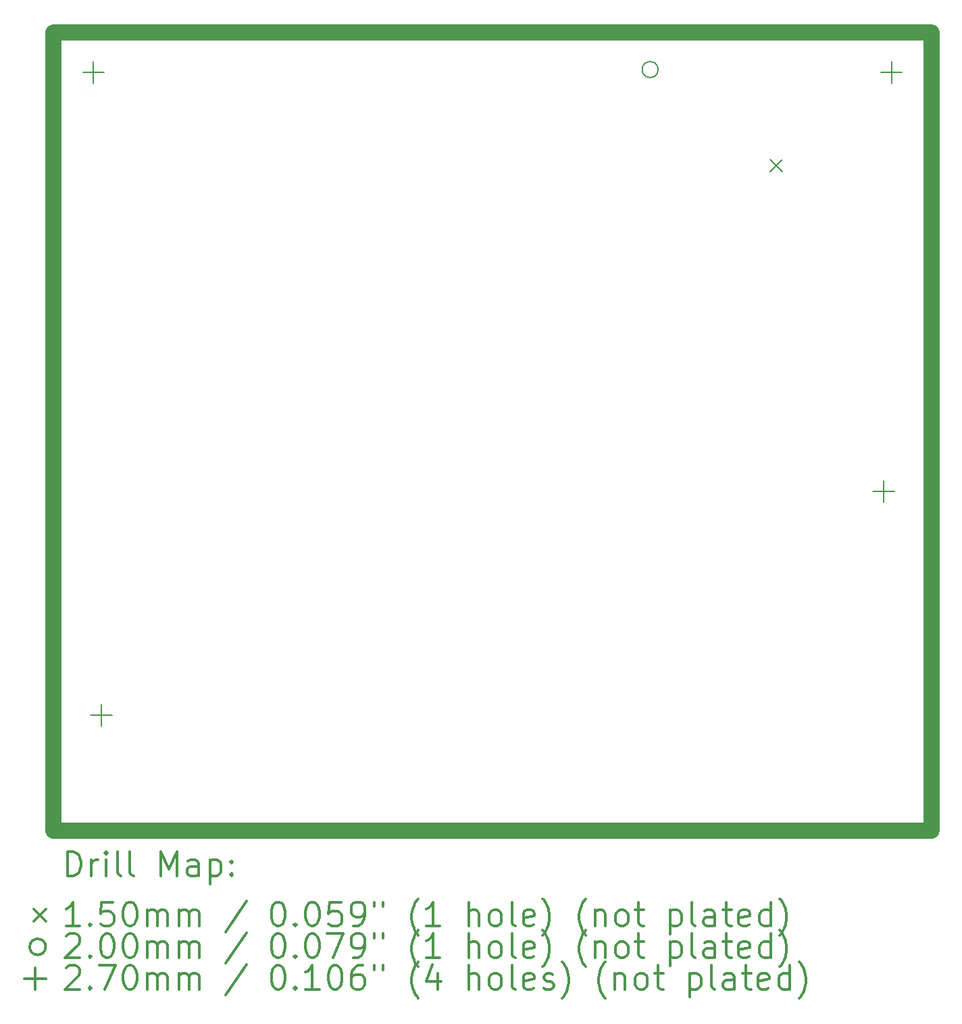
<source format=gbr>
%FSLAX45Y45*%
G04 Gerber Fmt 4.5, Leading zero omitted, Abs format (unit mm)*
G04 Created by KiCad (PCBNEW 4.0.6) date 09/06/17 08:45:49*
%MOMM*%
%LPD*%
G01*
G04 APERTURE LIST*
%ADD10C,0.127000*%
%ADD11C,2.000000*%
%ADD12C,0.200000*%
%ADD13C,0.300000*%
G04 APERTURE END LIST*
D10*
D11*
X20900000Y-15000000D02*
X20900000Y-5000000D01*
X9900000Y-15000000D02*
X20900000Y-15000000D01*
X9900000Y-5000000D02*
X9900000Y-15000000D01*
X20900000Y-5000000D02*
X9900000Y-5000000D01*
D12*
X18881000Y-6592200D02*
X19031000Y-6742200D01*
X19031000Y-6592200D02*
X18881000Y-6742200D01*
X17476000Y-5467200D02*
G75*
G03X17476000Y-5467200I-100000J0D01*
G01*
X10400000Y-5365000D02*
X10400000Y-5635000D01*
X10265000Y-5500000D02*
X10535000Y-5500000D01*
X10500000Y-13415000D02*
X10500000Y-13685000D01*
X10365000Y-13550000D02*
X10635000Y-13550000D01*
X20300000Y-10615000D02*
X20300000Y-10885000D01*
X20165000Y-10750000D02*
X20435000Y-10750000D01*
X20400000Y-5365000D02*
X20400000Y-5635000D01*
X20265000Y-5500000D02*
X20535000Y-5500000D01*
D13*
X10071429Y-15565714D02*
X10071429Y-15265714D01*
X10142857Y-15265714D01*
X10185714Y-15280000D01*
X10214286Y-15308571D01*
X10228571Y-15337143D01*
X10242857Y-15394286D01*
X10242857Y-15437143D01*
X10228571Y-15494286D01*
X10214286Y-15522857D01*
X10185714Y-15551429D01*
X10142857Y-15565714D01*
X10071429Y-15565714D01*
X10371429Y-15565714D02*
X10371429Y-15365714D01*
X10371429Y-15422857D02*
X10385714Y-15394286D01*
X10400000Y-15380000D01*
X10428571Y-15365714D01*
X10457143Y-15365714D01*
X10557143Y-15565714D02*
X10557143Y-15365714D01*
X10557143Y-15265714D02*
X10542857Y-15280000D01*
X10557143Y-15294286D01*
X10571429Y-15280000D01*
X10557143Y-15265714D01*
X10557143Y-15294286D01*
X10742857Y-15565714D02*
X10714286Y-15551429D01*
X10700000Y-15522857D01*
X10700000Y-15265714D01*
X10900000Y-15565714D02*
X10871429Y-15551429D01*
X10857143Y-15522857D01*
X10857143Y-15265714D01*
X11242857Y-15565714D02*
X11242857Y-15265714D01*
X11342857Y-15480000D01*
X11442857Y-15265714D01*
X11442857Y-15565714D01*
X11714286Y-15565714D02*
X11714286Y-15408571D01*
X11700000Y-15380000D01*
X11671428Y-15365714D01*
X11614286Y-15365714D01*
X11585714Y-15380000D01*
X11714286Y-15551429D02*
X11685714Y-15565714D01*
X11614286Y-15565714D01*
X11585714Y-15551429D01*
X11571428Y-15522857D01*
X11571428Y-15494286D01*
X11585714Y-15465714D01*
X11614286Y-15451429D01*
X11685714Y-15451429D01*
X11714286Y-15437143D01*
X11857143Y-15365714D02*
X11857143Y-15665714D01*
X11857143Y-15380000D02*
X11885714Y-15365714D01*
X11942857Y-15365714D01*
X11971428Y-15380000D01*
X11985714Y-15394286D01*
X12000000Y-15422857D01*
X12000000Y-15508571D01*
X11985714Y-15537143D01*
X11971428Y-15551429D01*
X11942857Y-15565714D01*
X11885714Y-15565714D01*
X11857143Y-15551429D01*
X12128571Y-15537143D02*
X12142857Y-15551429D01*
X12128571Y-15565714D01*
X12114286Y-15551429D01*
X12128571Y-15537143D01*
X12128571Y-15565714D01*
X12128571Y-15380000D02*
X12142857Y-15394286D01*
X12128571Y-15408571D01*
X12114286Y-15394286D01*
X12128571Y-15380000D01*
X12128571Y-15408571D01*
X9650000Y-15985000D02*
X9800000Y-16135000D01*
X9800000Y-15985000D02*
X9650000Y-16135000D01*
X10228571Y-16195714D02*
X10057143Y-16195714D01*
X10142857Y-16195714D02*
X10142857Y-15895714D01*
X10114286Y-15938571D01*
X10085714Y-15967143D01*
X10057143Y-15981429D01*
X10357143Y-16167143D02*
X10371429Y-16181429D01*
X10357143Y-16195714D01*
X10342857Y-16181429D01*
X10357143Y-16167143D01*
X10357143Y-16195714D01*
X10642857Y-15895714D02*
X10500000Y-15895714D01*
X10485714Y-16038571D01*
X10500000Y-16024286D01*
X10528571Y-16010000D01*
X10600000Y-16010000D01*
X10628571Y-16024286D01*
X10642857Y-16038571D01*
X10657143Y-16067143D01*
X10657143Y-16138571D01*
X10642857Y-16167143D01*
X10628571Y-16181429D01*
X10600000Y-16195714D01*
X10528571Y-16195714D01*
X10500000Y-16181429D01*
X10485714Y-16167143D01*
X10842857Y-15895714D02*
X10871429Y-15895714D01*
X10900000Y-15910000D01*
X10914286Y-15924286D01*
X10928571Y-15952857D01*
X10942857Y-16010000D01*
X10942857Y-16081429D01*
X10928571Y-16138571D01*
X10914286Y-16167143D01*
X10900000Y-16181429D01*
X10871429Y-16195714D01*
X10842857Y-16195714D01*
X10814286Y-16181429D01*
X10800000Y-16167143D01*
X10785714Y-16138571D01*
X10771429Y-16081429D01*
X10771429Y-16010000D01*
X10785714Y-15952857D01*
X10800000Y-15924286D01*
X10814286Y-15910000D01*
X10842857Y-15895714D01*
X11071429Y-16195714D02*
X11071429Y-15995714D01*
X11071429Y-16024286D02*
X11085714Y-16010000D01*
X11114286Y-15995714D01*
X11157143Y-15995714D01*
X11185714Y-16010000D01*
X11200000Y-16038571D01*
X11200000Y-16195714D01*
X11200000Y-16038571D02*
X11214286Y-16010000D01*
X11242857Y-15995714D01*
X11285714Y-15995714D01*
X11314286Y-16010000D01*
X11328571Y-16038571D01*
X11328571Y-16195714D01*
X11471428Y-16195714D02*
X11471428Y-15995714D01*
X11471428Y-16024286D02*
X11485714Y-16010000D01*
X11514286Y-15995714D01*
X11557143Y-15995714D01*
X11585714Y-16010000D01*
X11600000Y-16038571D01*
X11600000Y-16195714D01*
X11600000Y-16038571D02*
X11614286Y-16010000D01*
X11642857Y-15995714D01*
X11685714Y-15995714D01*
X11714286Y-16010000D01*
X11728571Y-16038571D01*
X11728571Y-16195714D01*
X12314286Y-15881429D02*
X12057143Y-16267143D01*
X12700000Y-15895714D02*
X12728571Y-15895714D01*
X12757143Y-15910000D01*
X12771428Y-15924286D01*
X12785714Y-15952857D01*
X12800000Y-16010000D01*
X12800000Y-16081429D01*
X12785714Y-16138571D01*
X12771428Y-16167143D01*
X12757143Y-16181429D01*
X12728571Y-16195714D01*
X12700000Y-16195714D01*
X12671428Y-16181429D01*
X12657143Y-16167143D01*
X12642857Y-16138571D01*
X12628571Y-16081429D01*
X12628571Y-16010000D01*
X12642857Y-15952857D01*
X12657143Y-15924286D01*
X12671428Y-15910000D01*
X12700000Y-15895714D01*
X12928571Y-16167143D02*
X12942857Y-16181429D01*
X12928571Y-16195714D01*
X12914286Y-16181429D01*
X12928571Y-16167143D01*
X12928571Y-16195714D01*
X13128571Y-15895714D02*
X13157143Y-15895714D01*
X13185714Y-15910000D01*
X13200000Y-15924286D01*
X13214285Y-15952857D01*
X13228571Y-16010000D01*
X13228571Y-16081429D01*
X13214285Y-16138571D01*
X13200000Y-16167143D01*
X13185714Y-16181429D01*
X13157143Y-16195714D01*
X13128571Y-16195714D01*
X13100000Y-16181429D01*
X13085714Y-16167143D01*
X13071428Y-16138571D01*
X13057143Y-16081429D01*
X13057143Y-16010000D01*
X13071428Y-15952857D01*
X13085714Y-15924286D01*
X13100000Y-15910000D01*
X13128571Y-15895714D01*
X13500000Y-15895714D02*
X13357143Y-15895714D01*
X13342857Y-16038571D01*
X13357143Y-16024286D01*
X13385714Y-16010000D01*
X13457143Y-16010000D01*
X13485714Y-16024286D01*
X13500000Y-16038571D01*
X13514285Y-16067143D01*
X13514285Y-16138571D01*
X13500000Y-16167143D01*
X13485714Y-16181429D01*
X13457143Y-16195714D01*
X13385714Y-16195714D01*
X13357143Y-16181429D01*
X13342857Y-16167143D01*
X13657143Y-16195714D02*
X13714285Y-16195714D01*
X13742857Y-16181429D01*
X13757143Y-16167143D01*
X13785714Y-16124286D01*
X13800000Y-16067143D01*
X13800000Y-15952857D01*
X13785714Y-15924286D01*
X13771428Y-15910000D01*
X13742857Y-15895714D01*
X13685714Y-15895714D01*
X13657143Y-15910000D01*
X13642857Y-15924286D01*
X13628571Y-15952857D01*
X13628571Y-16024286D01*
X13642857Y-16052857D01*
X13657143Y-16067143D01*
X13685714Y-16081429D01*
X13742857Y-16081429D01*
X13771428Y-16067143D01*
X13785714Y-16052857D01*
X13800000Y-16024286D01*
X13914286Y-15895714D02*
X13914286Y-15952857D01*
X14028571Y-15895714D02*
X14028571Y-15952857D01*
X14471428Y-16310000D02*
X14457143Y-16295714D01*
X14428571Y-16252857D01*
X14414285Y-16224286D01*
X14400000Y-16181429D01*
X14385714Y-16110000D01*
X14385714Y-16052857D01*
X14400000Y-15981429D01*
X14414285Y-15938571D01*
X14428571Y-15910000D01*
X14457143Y-15867143D01*
X14471428Y-15852857D01*
X14742857Y-16195714D02*
X14571428Y-16195714D01*
X14657143Y-16195714D02*
X14657143Y-15895714D01*
X14628571Y-15938571D01*
X14600000Y-15967143D01*
X14571428Y-15981429D01*
X15100000Y-16195714D02*
X15100000Y-15895714D01*
X15228571Y-16195714D02*
X15228571Y-16038571D01*
X15214285Y-16010000D01*
X15185714Y-15995714D01*
X15142857Y-15995714D01*
X15114285Y-16010000D01*
X15100000Y-16024286D01*
X15414285Y-16195714D02*
X15385714Y-16181429D01*
X15371428Y-16167143D01*
X15357143Y-16138571D01*
X15357143Y-16052857D01*
X15371428Y-16024286D01*
X15385714Y-16010000D01*
X15414285Y-15995714D01*
X15457143Y-15995714D01*
X15485714Y-16010000D01*
X15500000Y-16024286D01*
X15514285Y-16052857D01*
X15514285Y-16138571D01*
X15500000Y-16167143D01*
X15485714Y-16181429D01*
X15457143Y-16195714D01*
X15414285Y-16195714D01*
X15685714Y-16195714D02*
X15657143Y-16181429D01*
X15642857Y-16152857D01*
X15642857Y-15895714D01*
X15914286Y-16181429D02*
X15885714Y-16195714D01*
X15828571Y-16195714D01*
X15800000Y-16181429D01*
X15785714Y-16152857D01*
X15785714Y-16038571D01*
X15800000Y-16010000D01*
X15828571Y-15995714D01*
X15885714Y-15995714D01*
X15914286Y-16010000D01*
X15928571Y-16038571D01*
X15928571Y-16067143D01*
X15785714Y-16095714D01*
X16028571Y-16310000D02*
X16042857Y-16295714D01*
X16071428Y-16252857D01*
X16085714Y-16224286D01*
X16100000Y-16181429D01*
X16114286Y-16110000D01*
X16114286Y-16052857D01*
X16100000Y-15981429D01*
X16085714Y-15938571D01*
X16071428Y-15910000D01*
X16042857Y-15867143D01*
X16028571Y-15852857D01*
X16571428Y-16310000D02*
X16557143Y-16295714D01*
X16528571Y-16252857D01*
X16514286Y-16224286D01*
X16500000Y-16181429D01*
X16485714Y-16110000D01*
X16485714Y-16052857D01*
X16500000Y-15981429D01*
X16514286Y-15938571D01*
X16528571Y-15910000D01*
X16557143Y-15867143D01*
X16571428Y-15852857D01*
X16685714Y-15995714D02*
X16685714Y-16195714D01*
X16685714Y-16024286D02*
X16700000Y-16010000D01*
X16728571Y-15995714D01*
X16771428Y-15995714D01*
X16800000Y-16010000D01*
X16814286Y-16038571D01*
X16814286Y-16195714D01*
X17000000Y-16195714D02*
X16971429Y-16181429D01*
X16957143Y-16167143D01*
X16942857Y-16138571D01*
X16942857Y-16052857D01*
X16957143Y-16024286D01*
X16971429Y-16010000D01*
X17000000Y-15995714D01*
X17042857Y-15995714D01*
X17071429Y-16010000D01*
X17085714Y-16024286D01*
X17100000Y-16052857D01*
X17100000Y-16138571D01*
X17085714Y-16167143D01*
X17071429Y-16181429D01*
X17042857Y-16195714D01*
X17000000Y-16195714D01*
X17185714Y-15995714D02*
X17300000Y-15995714D01*
X17228571Y-15895714D02*
X17228571Y-16152857D01*
X17242857Y-16181429D01*
X17271429Y-16195714D01*
X17300000Y-16195714D01*
X17628571Y-15995714D02*
X17628571Y-16295714D01*
X17628571Y-16010000D02*
X17657143Y-15995714D01*
X17714286Y-15995714D01*
X17742857Y-16010000D01*
X17757143Y-16024286D01*
X17771429Y-16052857D01*
X17771429Y-16138571D01*
X17757143Y-16167143D01*
X17742857Y-16181429D01*
X17714286Y-16195714D01*
X17657143Y-16195714D01*
X17628571Y-16181429D01*
X17942857Y-16195714D02*
X17914286Y-16181429D01*
X17900000Y-16152857D01*
X17900000Y-15895714D01*
X18185714Y-16195714D02*
X18185714Y-16038571D01*
X18171429Y-16010000D01*
X18142857Y-15995714D01*
X18085714Y-15995714D01*
X18057143Y-16010000D01*
X18185714Y-16181429D02*
X18157143Y-16195714D01*
X18085714Y-16195714D01*
X18057143Y-16181429D01*
X18042857Y-16152857D01*
X18042857Y-16124286D01*
X18057143Y-16095714D01*
X18085714Y-16081429D01*
X18157143Y-16081429D01*
X18185714Y-16067143D01*
X18285714Y-15995714D02*
X18400000Y-15995714D01*
X18328572Y-15895714D02*
X18328572Y-16152857D01*
X18342857Y-16181429D01*
X18371429Y-16195714D01*
X18400000Y-16195714D01*
X18614286Y-16181429D02*
X18585714Y-16195714D01*
X18528572Y-16195714D01*
X18500000Y-16181429D01*
X18485714Y-16152857D01*
X18485714Y-16038571D01*
X18500000Y-16010000D01*
X18528572Y-15995714D01*
X18585714Y-15995714D01*
X18614286Y-16010000D01*
X18628572Y-16038571D01*
X18628572Y-16067143D01*
X18485714Y-16095714D01*
X18885714Y-16195714D02*
X18885714Y-15895714D01*
X18885714Y-16181429D02*
X18857143Y-16195714D01*
X18800000Y-16195714D01*
X18771429Y-16181429D01*
X18757143Y-16167143D01*
X18742857Y-16138571D01*
X18742857Y-16052857D01*
X18757143Y-16024286D01*
X18771429Y-16010000D01*
X18800000Y-15995714D01*
X18857143Y-15995714D01*
X18885714Y-16010000D01*
X19000000Y-16310000D02*
X19014286Y-16295714D01*
X19042857Y-16252857D01*
X19057143Y-16224286D01*
X19071429Y-16181429D01*
X19085714Y-16110000D01*
X19085714Y-16052857D01*
X19071429Y-15981429D01*
X19057143Y-15938571D01*
X19042857Y-15910000D01*
X19014286Y-15867143D01*
X19000000Y-15852857D01*
X9800000Y-16456000D02*
G75*
G03X9800000Y-16456000I-100000J0D01*
G01*
X10057143Y-16320286D02*
X10071429Y-16306000D01*
X10100000Y-16291714D01*
X10171429Y-16291714D01*
X10200000Y-16306000D01*
X10214286Y-16320286D01*
X10228571Y-16348857D01*
X10228571Y-16377429D01*
X10214286Y-16420286D01*
X10042857Y-16591714D01*
X10228571Y-16591714D01*
X10357143Y-16563143D02*
X10371429Y-16577429D01*
X10357143Y-16591714D01*
X10342857Y-16577429D01*
X10357143Y-16563143D01*
X10357143Y-16591714D01*
X10557143Y-16291714D02*
X10585714Y-16291714D01*
X10614286Y-16306000D01*
X10628571Y-16320286D01*
X10642857Y-16348857D01*
X10657143Y-16406000D01*
X10657143Y-16477429D01*
X10642857Y-16534571D01*
X10628571Y-16563143D01*
X10614286Y-16577429D01*
X10585714Y-16591714D01*
X10557143Y-16591714D01*
X10528571Y-16577429D01*
X10514286Y-16563143D01*
X10500000Y-16534571D01*
X10485714Y-16477429D01*
X10485714Y-16406000D01*
X10500000Y-16348857D01*
X10514286Y-16320286D01*
X10528571Y-16306000D01*
X10557143Y-16291714D01*
X10842857Y-16291714D02*
X10871429Y-16291714D01*
X10900000Y-16306000D01*
X10914286Y-16320286D01*
X10928571Y-16348857D01*
X10942857Y-16406000D01*
X10942857Y-16477429D01*
X10928571Y-16534571D01*
X10914286Y-16563143D01*
X10900000Y-16577429D01*
X10871429Y-16591714D01*
X10842857Y-16591714D01*
X10814286Y-16577429D01*
X10800000Y-16563143D01*
X10785714Y-16534571D01*
X10771429Y-16477429D01*
X10771429Y-16406000D01*
X10785714Y-16348857D01*
X10800000Y-16320286D01*
X10814286Y-16306000D01*
X10842857Y-16291714D01*
X11071429Y-16591714D02*
X11071429Y-16391714D01*
X11071429Y-16420286D02*
X11085714Y-16406000D01*
X11114286Y-16391714D01*
X11157143Y-16391714D01*
X11185714Y-16406000D01*
X11200000Y-16434571D01*
X11200000Y-16591714D01*
X11200000Y-16434571D02*
X11214286Y-16406000D01*
X11242857Y-16391714D01*
X11285714Y-16391714D01*
X11314286Y-16406000D01*
X11328571Y-16434571D01*
X11328571Y-16591714D01*
X11471428Y-16591714D02*
X11471428Y-16391714D01*
X11471428Y-16420286D02*
X11485714Y-16406000D01*
X11514286Y-16391714D01*
X11557143Y-16391714D01*
X11585714Y-16406000D01*
X11600000Y-16434571D01*
X11600000Y-16591714D01*
X11600000Y-16434571D02*
X11614286Y-16406000D01*
X11642857Y-16391714D01*
X11685714Y-16391714D01*
X11714286Y-16406000D01*
X11728571Y-16434571D01*
X11728571Y-16591714D01*
X12314286Y-16277429D02*
X12057143Y-16663143D01*
X12700000Y-16291714D02*
X12728571Y-16291714D01*
X12757143Y-16306000D01*
X12771428Y-16320286D01*
X12785714Y-16348857D01*
X12800000Y-16406000D01*
X12800000Y-16477429D01*
X12785714Y-16534571D01*
X12771428Y-16563143D01*
X12757143Y-16577429D01*
X12728571Y-16591714D01*
X12700000Y-16591714D01*
X12671428Y-16577429D01*
X12657143Y-16563143D01*
X12642857Y-16534571D01*
X12628571Y-16477429D01*
X12628571Y-16406000D01*
X12642857Y-16348857D01*
X12657143Y-16320286D01*
X12671428Y-16306000D01*
X12700000Y-16291714D01*
X12928571Y-16563143D02*
X12942857Y-16577429D01*
X12928571Y-16591714D01*
X12914286Y-16577429D01*
X12928571Y-16563143D01*
X12928571Y-16591714D01*
X13128571Y-16291714D02*
X13157143Y-16291714D01*
X13185714Y-16306000D01*
X13200000Y-16320286D01*
X13214285Y-16348857D01*
X13228571Y-16406000D01*
X13228571Y-16477429D01*
X13214285Y-16534571D01*
X13200000Y-16563143D01*
X13185714Y-16577429D01*
X13157143Y-16591714D01*
X13128571Y-16591714D01*
X13100000Y-16577429D01*
X13085714Y-16563143D01*
X13071428Y-16534571D01*
X13057143Y-16477429D01*
X13057143Y-16406000D01*
X13071428Y-16348857D01*
X13085714Y-16320286D01*
X13100000Y-16306000D01*
X13128571Y-16291714D01*
X13328571Y-16291714D02*
X13528571Y-16291714D01*
X13400000Y-16591714D01*
X13657143Y-16591714D02*
X13714285Y-16591714D01*
X13742857Y-16577429D01*
X13757143Y-16563143D01*
X13785714Y-16520286D01*
X13800000Y-16463143D01*
X13800000Y-16348857D01*
X13785714Y-16320286D01*
X13771428Y-16306000D01*
X13742857Y-16291714D01*
X13685714Y-16291714D01*
X13657143Y-16306000D01*
X13642857Y-16320286D01*
X13628571Y-16348857D01*
X13628571Y-16420286D01*
X13642857Y-16448857D01*
X13657143Y-16463143D01*
X13685714Y-16477429D01*
X13742857Y-16477429D01*
X13771428Y-16463143D01*
X13785714Y-16448857D01*
X13800000Y-16420286D01*
X13914286Y-16291714D02*
X13914286Y-16348857D01*
X14028571Y-16291714D02*
X14028571Y-16348857D01*
X14471428Y-16706000D02*
X14457143Y-16691714D01*
X14428571Y-16648857D01*
X14414285Y-16620286D01*
X14400000Y-16577429D01*
X14385714Y-16506000D01*
X14385714Y-16448857D01*
X14400000Y-16377429D01*
X14414285Y-16334571D01*
X14428571Y-16306000D01*
X14457143Y-16263143D01*
X14471428Y-16248857D01*
X14742857Y-16591714D02*
X14571428Y-16591714D01*
X14657143Y-16591714D02*
X14657143Y-16291714D01*
X14628571Y-16334571D01*
X14600000Y-16363143D01*
X14571428Y-16377429D01*
X15100000Y-16591714D02*
X15100000Y-16291714D01*
X15228571Y-16591714D02*
X15228571Y-16434571D01*
X15214285Y-16406000D01*
X15185714Y-16391714D01*
X15142857Y-16391714D01*
X15114285Y-16406000D01*
X15100000Y-16420286D01*
X15414285Y-16591714D02*
X15385714Y-16577429D01*
X15371428Y-16563143D01*
X15357143Y-16534571D01*
X15357143Y-16448857D01*
X15371428Y-16420286D01*
X15385714Y-16406000D01*
X15414285Y-16391714D01*
X15457143Y-16391714D01*
X15485714Y-16406000D01*
X15500000Y-16420286D01*
X15514285Y-16448857D01*
X15514285Y-16534571D01*
X15500000Y-16563143D01*
X15485714Y-16577429D01*
X15457143Y-16591714D01*
X15414285Y-16591714D01*
X15685714Y-16591714D02*
X15657143Y-16577429D01*
X15642857Y-16548857D01*
X15642857Y-16291714D01*
X15914286Y-16577429D02*
X15885714Y-16591714D01*
X15828571Y-16591714D01*
X15800000Y-16577429D01*
X15785714Y-16548857D01*
X15785714Y-16434571D01*
X15800000Y-16406000D01*
X15828571Y-16391714D01*
X15885714Y-16391714D01*
X15914286Y-16406000D01*
X15928571Y-16434571D01*
X15928571Y-16463143D01*
X15785714Y-16491714D01*
X16028571Y-16706000D02*
X16042857Y-16691714D01*
X16071428Y-16648857D01*
X16085714Y-16620286D01*
X16100000Y-16577429D01*
X16114286Y-16506000D01*
X16114286Y-16448857D01*
X16100000Y-16377429D01*
X16085714Y-16334571D01*
X16071428Y-16306000D01*
X16042857Y-16263143D01*
X16028571Y-16248857D01*
X16571428Y-16706000D02*
X16557143Y-16691714D01*
X16528571Y-16648857D01*
X16514286Y-16620286D01*
X16500000Y-16577429D01*
X16485714Y-16506000D01*
X16485714Y-16448857D01*
X16500000Y-16377429D01*
X16514286Y-16334571D01*
X16528571Y-16306000D01*
X16557143Y-16263143D01*
X16571428Y-16248857D01*
X16685714Y-16391714D02*
X16685714Y-16591714D01*
X16685714Y-16420286D02*
X16700000Y-16406000D01*
X16728571Y-16391714D01*
X16771428Y-16391714D01*
X16800000Y-16406000D01*
X16814286Y-16434571D01*
X16814286Y-16591714D01*
X17000000Y-16591714D02*
X16971429Y-16577429D01*
X16957143Y-16563143D01*
X16942857Y-16534571D01*
X16942857Y-16448857D01*
X16957143Y-16420286D01*
X16971429Y-16406000D01*
X17000000Y-16391714D01*
X17042857Y-16391714D01*
X17071429Y-16406000D01*
X17085714Y-16420286D01*
X17100000Y-16448857D01*
X17100000Y-16534571D01*
X17085714Y-16563143D01*
X17071429Y-16577429D01*
X17042857Y-16591714D01*
X17000000Y-16591714D01*
X17185714Y-16391714D02*
X17300000Y-16391714D01*
X17228571Y-16291714D02*
X17228571Y-16548857D01*
X17242857Y-16577429D01*
X17271429Y-16591714D01*
X17300000Y-16591714D01*
X17628571Y-16391714D02*
X17628571Y-16691714D01*
X17628571Y-16406000D02*
X17657143Y-16391714D01*
X17714286Y-16391714D01*
X17742857Y-16406000D01*
X17757143Y-16420286D01*
X17771429Y-16448857D01*
X17771429Y-16534571D01*
X17757143Y-16563143D01*
X17742857Y-16577429D01*
X17714286Y-16591714D01*
X17657143Y-16591714D01*
X17628571Y-16577429D01*
X17942857Y-16591714D02*
X17914286Y-16577429D01*
X17900000Y-16548857D01*
X17900000Y-16291714D01*
X18185714Y-16591714D02*
X18185714Y-16434571D01*
X18171429Y-16406000D01*
X18142857Y-16391714D01*
X18085714Y-16391714D01*
X18057143Y-16406000D01*
X18185714Y-16577429D02*
X18157143Y-16591714D01*
X18085714Y-16591714D01*
X18057143Y-16577429D01*
X18042857Y-16548857D01*
X18042857Y-16520286D01*
X18057143Y-16491714D01*
X18085714Y-16477429D01*
X18157143Y-16477429D01*
X18185714Y-16463143D01*
X18285714Y-16391714D02*
X18400000Y-16391714D01*
X18328572Y-16291714D02*
X18328572Y-16548857D01*
X18342857Y-16577429D01*
X18371429Y-16591714D01*
X18400000Y-16591714D01*
X18614286Y-16577429D02*
X18585714Y-16591714D01*
X18528572Y-16591714D01*
X18500000Y-16577429D01*
X18485714Y-16548857D01*
X18485714Y-16434571D01*
X18500000Y-16406000D01*
X18528572Y-16391714D01*
X18585714Y-16391714D01*
X18614286Y-16406000D01*
X18628572Y-16434571D01*
X18628572Y-16463143D01*
X18485714Y-16491714D01*
X18885714Y-16591714D02*
X18885714Y-16291714D01*
X18885714Y-16577429D02*
X18857143Y-16591714D01*
X18800000Y-16591714D01*
X18771429Y-16577429D01*
X18757143Y-16563143D01*
X18742857Y-16534571D01*
X18742857Y-16448857D01*
X18757143Y-16420286D01*
X18771429Y-16406000D01*
X18800000Y-16391714D01*
X18857143Y-16391714D01*
X18885714Y-16406000D01*
X19000000Y-16706000D02*
X19014286Y-16691714D01*
X19042857Y-16648857D01*
X19057143Y-16620286D01*
X19071429Y-16577429D01*
X19085714Y-16506000D01*
X19085714Y-16448857D01*
X19071429Y-16377429D01*
X19057143Y-16334571D01*
X19042857Y-16306000D01*
X19014286Y-16263143D01*
X19000000Y-16248857D01*
X9665000Y-16717000D02*
X9665000Y-16987000D01*
X9530000Y-16852000D02*
X9800000Y-16852000D01*
X10057143Y-16716286D02*
X10071429Y-16702000D01*
X10100000Y-16687714D01*
X10171429Y-16687714D01*
X10200000Y-16702000D01*
X10214286Y-16716286D01*
X10228571Y-16744857D01*
X10228571Y-16773429D01*
X10214286Y-16816286D01*
X10042857Y-16987714D01*
X10228571Y-16987714D01*
X10357143Y-16959143D02*
X10371429Y-16973429D01*
X10357143Y-16987714D01*
X10342857Y-16973429D01*
X10357143Y-16959143D01*
X10357143Y-16987714D01*
X10471428Y-16687714D02*
X10671428Y-16687714D01*
X10542857Y-16987714D01*
X10842857Y-16687714D02*
X10871429Y-16687714D01*
X10900000Y-16702000D01*
X10914286Y-16716286D01*
X10928571Y-16744857D01*
X10942857Y-16802000D01*
X10942857Y-16873429D01*
X10928571Y-16930572D01*
X10914286Y-16959143D01*
X10900000Y-16973429D01*
X10871429Y-16987714D01*
X10842857Y-16987714D01*
X10814286Y-16973429D01*
X10800000Y-16959143D01*
X10785714Y-16930572D01*
X10771429Y-16873429D01*
X10771429Y-16802000D01*
X10785714Y-16744857D01*
X10800000Y-16716286D01*
X10814286Y-16702000D01*
X10842857Y-16687714D01*
X11071429Y-16987714D02*
X11071429Y-16787714D01*
X11071429Y-16816286D02*
X11085714Y-16802000D01*
X11114286Y-16787714D01*
X11157143Y-16787714D01*
X11185714Y-16802000D01*
X11200000Y-16830572D01*
X11200000Y-16987714D01*
X11200000Y-16830572D02*
X11214286Y-16802000D01*
X11242857Y-16787714D01*
X11285714Y-16787714D01*
X11314286Y-16802000D01*
X11328571Y-16830572D01*
X11328571Y-16987714D01*
X11471428Y-16987714D02*
X11471428Y-16787714D01*
X11471428Y-16816286D02*
X11485714Y-16802000D01*
X11514286Y-16787714D01*
X11557143Y-16787714D01*
X11585714Y-16802000D01*
X11600000Y-16830572D01*
X11600000Y-16987714D01*
X11600000Y-16830572D02*
X11614286Y-16802000D01*
X11642857Y-16787714D01*
X11685714Y-16787714D01*
X11714286Y-16802000D01*
X11728571Y-16830572D01*
X11728571Y-16987714D01*
X12314286Y-16673429D02*
X12057143Y-17059143D01*
X12700000Y-16687714D02*
X12728571Y-16687714D01*
X12757143Y-16702000D01*
X12771428Y-16716286D01*
X12785714Y-16744857D01*
X12800000Y-16802000D01*
X12800000Y-16873429D01*
X12785714Y-16930572D01*
X12771428Y-16959143D01*
X12757143Y-16973429D01*
X12728571Y-16987714D01*
X12700000Y-16987714D01*
X12671428Y-16973429D01*
X12657143Y-16959143D01*
X12642857Y-16930572D01*
X12628571Y-16873429D01*
X12628571Y-16802000D01*
X12642857Y-16744857D01*
X12657143Y-16716286D01*
X12671428Y-16702000D01*
X12700000Y-16687714D01*
X12928571Y-16959143D02*
X12942857Y-16973429D01*
X12928571Y-16987714D01*
X12914286Y-16973429D01*
X12928571Y-16959143D01*
X12928571Y-16987714D01*
X13228571Y-16987714D02*
X13057143Y-16987714D01*
X13142857Y-16987714D02*
X13142857Y-16687714D01*
X13114285Y-16730571D01*
X13085714Y-16759143D01*
X13057143Y-16773429D01*
X13414285Y-16687714D02*
X13442857Y-16687714D01*
X13471428Y-16702000D01*
X13485714Y-16716286D01*
X13500000Y-16744857D01*
X13514285Y-16802000D01*
X13514285Y-16873429D01*
X13500000Y-16930572D01*
X13485714Y-16959143D01*
X13471428Y-16973429D01*
X13442857Y-16987714D01*
X13414285Y-16987714D01*
X13385714Y-16973429D01*
X13371428Y-16959143D01*
X13357143Y-16930572D01*
X13342857Y-16873429D01*
X13342857Y-16802000D01*
X13357143Y-16744857D01*
X13371428Y-16716286D01*
X13385714Y-16702000D01*
X13414285Y-16687714D01*
X13771428Y-16687714D02*
X13714285Y-16687714D01*
X13685714Y-16702000D01*
X13671428Y-16716286D01*
X13642857Y-16759143D01*
X13628571Y-16816286D01*
X13628571Y-16930572D01*
X13642857Y-16959143D01*
X13657143Y-16973429D01*
X13685714Y-16987714D01*
X13742857Y-16987714D01*
X13771428Y-16973429D01*
X13785714Y-16959143D01*
X13800000Y-16930572D01*
X13800000Y-16859143D01*
X13785714Y-16830572D01*
X13771428Y-16816286D01*
X13742857Y-16802000D01*
X13685714Y-16802000D01*
X13657143Y-16816286D01*
X13642857Y-16830572D01*
X13628571Y-16859143D01*
X13914286Y-16687714D02*
X13914286Y-16744857D01*
X14028571Y-16687714D02*
X14028571Y-16744857D01*
X14471428Y-17102000D02*
X14457143Y-17087714D01*
X14428571Y-17044857D01*
X14414285Y-17016286D01*
X14400000Y-16973429D01*
X14385714Y-16902000D01*
X14385714Y-16844857D01*
X14400000Y-16773429D01*
X14414285Y-16730571D01*
X14428571Y-16702000D01*
X14457143Y-16659143D01*
X14471428Y-16644857D01*
X14714285Y-16787714D02*
X14714285Y-16987714D01*
X14642857Y-16673429D02*
X14571428Y-16887714D01*
X14757143Y-16887714D01*
X15100000Y-16987714D02*
X15100000Y-16687714D01*
X15228571Y-16987714D02*
X15228571Y-16830572D01*
X15214285Y-16802000D01*
X15185714Y-16787714D01*
X15142857Y-16787714D01*
X15114285Y-16802000D01*
X15100000Y-16816286D01*
X15414285Y-16987714D02*
X15385714Y-16973429D01*
X15371428Y-16959143D01*
X15357143Y-16930572D01*
X15357143Y-16844857D01*
X15371428Y-16816286D01*
X15385714Y-16802000D01*
X15414285Y-16787714D01*
X15457143Y-16787714D01*
X15485714Y-16802000D01*
X15500000Y-16816286D01*
X15514285Y-16844857D01*
X15514285Y-16930572D01*
X15500000Y-16959143D01*
X15485714Y-16973429D01*
X15457143Y-16987714D01*
X15414285Y-16987714D01*
X15685714Y-16987714D02*
X15657143Y-16973429D01*
X15642857Y-16944857D01*
X15642857Y-16687714D01*
X15914286Y-16973429D02*
X15885714Y-16987714D01*
X15828571Y-16987714D01*
X15800000Y-16973429D01*
X15785714Y-16944857D01*
X15785714Y-16830572D01*
X15800000Y-16802000D01*
X15828571Y-16787714D01*
X15885714Y-16787714D01*
X15914286Y-16802000D01*
X15928571Y-16830572D01*
X15928571Y-16859143D01*
X15785714Y-16887714D01*
X16042857Y-16973429D02*
X16071428Y-16987714D01*
X16128571Y-16987714D01*
X16157143Y-16973429D01*
X16171428Y-16944857D01*
X16171428Y-16930572D01*
X16157143Y-16902000D01*
X16128571Y-16887714D01*
X16085714Y-16887714D01*
X16057143Y-16873429D01*
X16042857Y-16844857D01*
X16042857Y-16830572D01*
X16057143Y-16802000D01*
X16085714Y-16787714D01*
X16128571Y-16787714D01*
X16157143Y-16802000D01*
X16271428Y-17102000D02*
X16285714Y-17087714D01*
X16314286Y-17044857D01*
X16328571Y-17016286D01*
X16342857Y-16973429D01*
X16357143Y-16902000D01*
X16357143Y-16844857D01*
X16342857Y-16773429D01*
X16328571Y-16730571D01*
X16314286Y-16702000D01*
X16285714Y-16659143D01*
X16271428Y-16644857D01*
X16814286Y-17102000D02*
X16800000Y-17087714D01*
X16771428Y-17044857D01*
X16757143Y-17016286D01*
X16742857Y-16973429D01*
X16728571Y-16902000D01*
X16728571Y-16844857D01*
X16742857Y-16773429D01*
X16757143Y-16730571D01*
X16771428Y-16702000D01*
X16800000Y-16659143D01*
X16814286Y-16644857D01*
X16928571Y-16787714D02*
X16928571Y-16987714D01*
X16928571Y-16816286D02*
X16942857Y-16802000D01*
X16971428Y-16787714D01*
X17014286Y-16787714D01*
X17042857Y-16802000D01*
X17057143Y-16830572D01*
X17057143Y-16987714D01*
X17242857Y-16987714D02*
X17214286Y-16973429D01*
X17200000Y-16959143D01*
X17185714Y-16930572D01*
X17185714Y-16844857D01*
X17200000Y-16816286D01*
X17214286Y-16802000D01*
X17242857Y-16787714D01*
X17285714Y-16787714D01*
X17314286Y-16802000D01*
X17328571Y-16816286D01*
X17342857Y-16844857D01*
X17342857Y-16930572D01*
X17328571Y-16959143D01*
X17314286Y-16973429D01*
X17285714Y-16987714D01*
X17242857Y-16987714D01*
X17428571Y-16787714D02*
X17542857Y-16787714D01*
X17471429Y-16687714D02*
X17471429Y-16944857D01*
X17485714Y-16973429D01*
X17514286Y-16987714D01*
X17542857Y-16987714D01*
X17871429Y-16787714D02*
X17871429Y-17087714D01*
X17871429Y-16802000D02*
X17900000Y-16787714D01*
X17957143Y-16787714D01*
X17985714Y-16802000D01*
X18000000Y-16816286D01*
X18014286Y-16844857D01*
X18014286Y-16930572D01*
X18000000Y-16959143D01*
X17985714Y-16973429D01*
X17957143Y-16987714D01*
X17900000Y-16987714D01*
X17871429Y-16973429D01*
X18185714Y-16987714D02*
X18157143Y-16973429D01*
X18142857Y-16944857D01*
X18142857Y-16687714D01*
X18428571Y-16987714D02*
X18428571Y-16830572D01*
X18414286Y-16802000D01*
X18385714Y-16787714D01*
X18328571Y-16787714D01*
X18300000Y-16802000D01*
X18428571Y-16973429D02*
X18400000Y-16987714D01*
X18328571Y-16987714D01*
X18300000Y-16973429D01*
X18285714Y-16944857D01*
X18285714Y-16916286D01*
X18300000Y-16887714D01*
X18328571Y-16873429D01*
X18400000Y-16873429D01*
X18428571Y-16859143D01*
X18528571Y-16787714D02*
X18642857Y-16787714D01*
X18571429Y-16687714D02*
X18571429Y-16944857D01*
X18585714Y-16973429D01*
X18614286Y-16987714D01*
X18642857Y-16987714D01*
X18857143Y-16973429D02*
X18828572Y-16987714D01*
X18771429Y-16987714D01*
X18742857Y-16973429D01*
X18728572Y-16944857D01*
X18728572Y-16830572D01*
X18742857Y-16802000D01*
X18771429Y-16787714D01*
X18828572Y-16787714D01*
X18857143Y-16802000D01*
X18871429Y-16830572D01*
X18871429Y-16859143D01*
X18728572Y-16887714D01*
X19128572Y-16987714D02*
X19128572Y-16687714D01*
X19128572Y-16973429D02*
X19100000Y-16987714D01*
X19042857Y-16987714D01*
X19014286Y-16973429D01*
X19000000Y-16959143D01*
X18985714Y-16930572D01*
X18985714Y-16844857D01*
X19000000Y-16816286D01*
X19014286Y-16802000D01*
X19042857Y-16787714D01*
X19100000Y-16787714D01*
X19128572Y-16802000D01*
X19242857Y-17102000D02*
X19257143Y-17087714D01*
X19285714Y-17044857D01*
X19300000Y-17016286D01*
X19314286Y-16973429D01*
X19328572Y-16902000D01*
X19328572Y-16844857D01*
X19314286Y-16773429D01*
X19300000Y-16730571D01*
X19285714Y-16702000D01*
X19257143Y-16659143D01*
X19242857Y-16644857D01*
M02*

</source>
